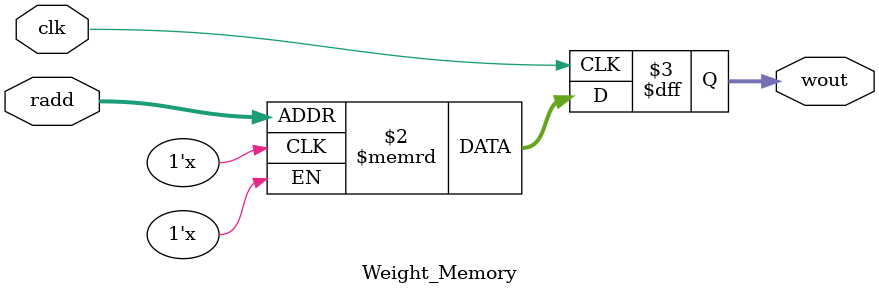
<source format=v>
`timescale 1ns / 1ps

`include "include.v"

module Weight_Memory #(parameter numWeight = 3, neuronNo=5,layerNo=1,addressWidth=10,dataWidth=16,weightFile="w_1_15.mif") 
    ( 
    input clk,
	////////////////////////////
    
	
	input [addressWidth-1:0] radd,
    output reg [dataWidth-1:0] wout);
    
    reg [dataWidth-1:0] mem [numWeight-1:0];

    `ifdef pretrained
        initial
		begin
	        $readmemb(weightFile, mem);
	    end
		
		/////////////////////////////////////
	
		
    `endif
    
    always @(posedge clk)
    begin
        if (1'b1)             //////////// changed!
        begin
            wout <= mem[radd];
        end
    end 
endmodule
</source>
